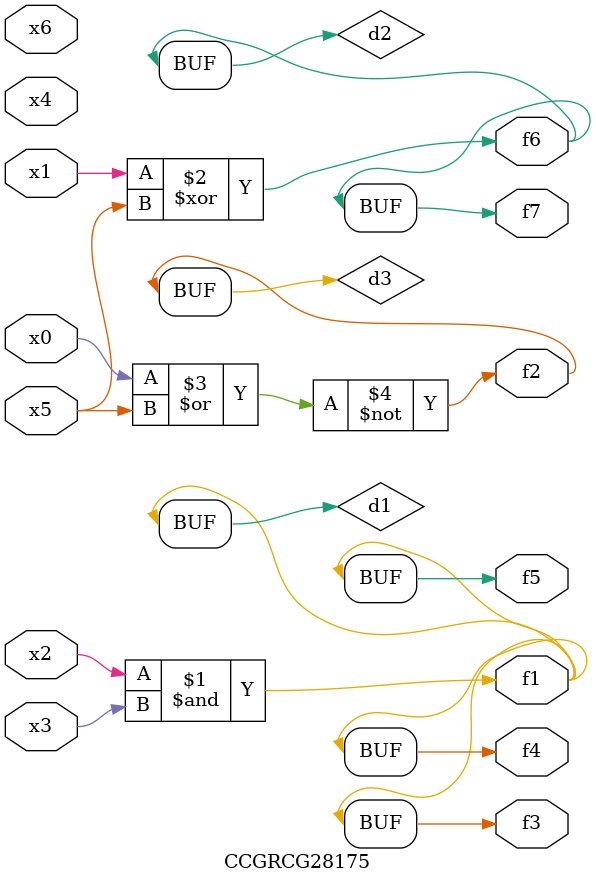
<source format=v>
module CCGRCG28175(
	input x0, x1, x2, x3, x4, x5, x6,
	output f1, f2, f3, f4, f5, f6, f7
);

	wire d1, d2, d3;

	and (d1, x2, x3);
	xor (d2, x1, x5);
	nor (d3, x0, x5);
	assign f1 = d1;
	assign f2 = d3;
	assign f3 = d1;
	assign f4 = d1;
	assign f5 = d1;
	assign f6 = d2;
	assign f7 = d2;
endmodule

</source>
